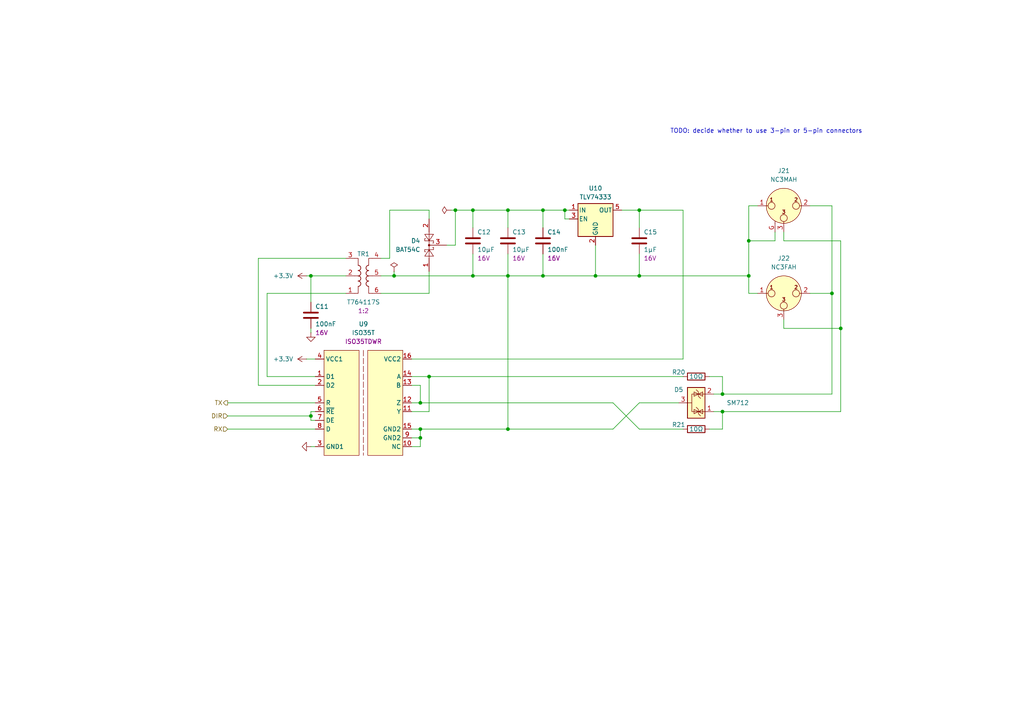
<source format=kicad_sch>
(kicad_sch (version 20231120) (generator "eeschema") (generator_version "8.0")
  (paper "A4")
  (lib_symbols
    (symbol "Connector_Audio:NC3FAH" (pin_names hide)
      (property "Reference" "J" (at 0 8.89 0))
      (property "Value" "NC3FAH" (at 0 6.35 0))
      (symbol "NC3FAH_0_1"
        (circle (center -3.556 0) (radius 1.016))
        (circle (center 0 -3.556) (radius 1.016))
        (polyline (pts (xy -5.08 0) (xy -4.572 0)))
        (polyline (pts (xy 0 -5.08) (xy 0 -4.572)))
        (polyline (pts (xy 5.08 0) (xy 4.572 0)))
        (circle (center 0 0) (radius 5.08) (fill (type background)))
        (circle (center 3.556 0) (radius 1.016))
        (text "1" (at -3.556 1.778 0) (effects (font (size 1.016 1.016) (bold yes))))
        (text "2" (at 3.556 1.778 0) (effects (font (size 1.016 1.016) (bold yes))))
        (text "3" (at 0 -1.778 0) (effects (font (size 1.016 1.016) (bold yes))))
        (pin passive line (at -7.62 0 0) (length 2.54) (name "~") (number "1"))
        (pin passive line (at 7.62 0 180) (length 2.54) (name "~") (number "2"))
        (pin passive line (at 0 -7.62 90) (length 2.54) (name "~") (number "3"))
      )
    )
    (symbol "Connector_Audio:NC3MAH" (pin_names hide)
      (property "Reference" "J" (at 0 8.89 0))
      (property "Value" "NC3MAH" (at 0 6.35 0))
      (symbol "NC3MAH_0_1"
        (circle (center -3.556 0) (radius 1.016))
        (circle (center 0 -3.556) (radius 1.016))
        (polyline (pts (xy -5.08 0) (xy -4.572 0)))
        (polyline (pts (xy -2.54 -5.08) (xy -2.54 -4.445)))
        (polyline (pts (xy 0 -5.08) (xy 0 -4.572)))
        (polyline (pts (xy 5.08 0) (xy 4.572 0)))
        (circle (center 0 0) (radius 5.08) (fill (type background)))
        (circle (center 3.556 0) (radius 1.016))
        (text "1" (at -3.556 1.778 0) (effects (font (size 1.016 1.016) (bold yes))))
        (text "2" (at 3.556 1.778 0) (effects (font (size 1.016 1.016) (bold yes))))
        (text "3" (at 0 -1.778 0) (effects (font (size 1.016 1.016) (bold yes))))
        (pin passive line (at -7.62 0 0) (length 2.54) (name "~") (number "1"))
        (pin passive line (at 7.62 0 180) (length 2.54) (name "~") (number "2"))
        (pin passive line (at 0 -7.62 90) (length 2.54) (name "~") (number "3"))
      )
      (symbol "NC3MAH_1_1"
        (pin passive line (at -2.54 -7.62 90) (length 2.54) (name "~") (number "G"))
      )
    )
    (symbol "Device:C" (pin_numbers hide) (pin_names (offset 0.254))
      (property "Reference" "C" (at 0.635 2.54 0))
      (property "Value" "C" (at 0.635 -2.54 0))
      (symbol "C_0_1"
        (polyline (pts (xy -2.032 -0.762) (xy 2.032 -0.762)) (stroke (width 0.508)))
        (polyline (pts (xy -2.032 0.762) (xy 2.032 0.762)) (stroke (width 0.508)))
      )
      (symbol "C_1_1"
        (pin passive line (at 0 3.81 270) (length 2.794) (name "~") (number "1"))
        (pin passive line (at 0 -3.81 90) (length 2.794) (name "~") (number "2"))
      )
    )
    (symbol "Device:R" (pin_numbers hide) (pin_names (offset 0))
      (property "Reference" "R" (at 2.032 0 90))
      (property "Value" "R" (at 0 0 90))
      (symbol "R_0_1"
        (rectangle (start -1.016 -2.54) (end 1.016 2.54) (stroke (width 0.254)))
      )
      (symbol "R_1_1"
        (pin passive line (at 0 3.81 270) (length 1.27) (name "~") (number "1"))
        (pin passive line (at 0 -3.81 90) (length 1.27) (name "~") (number "2"))
      )
    )
    (symbol "Diode:BAT54C" (pin_names (offset 1.016))
      (property "Reference" "D" (at 0.635 -3.81 0))
      (property "Value" "BAT54C" (at -6.35 3.175 0))
      (symbol "BAT54C_0_1"
        (polyline (pts (xy -1.905 0) (xy 1.905 0)))
        (polyline (pts (xy -1.905 1.27) (xy -1.905 1.016)))
        (polyline (pts (xy -1.27 -1.27) (xy -0.635 -1.27)))
        (polyline (pts (xy -1.27 0) (xy -3.81 0)))
        (polyline (pts (xy -1.27 1.27) (xy -1.905 1.27)))
        (polyline (pts (xy -1.27 1.27) (xy -1.27 -1.27)))
        (polyline (pts (xy -0.635 -1.27) (xy -0.635 -1.016)))
        (polyline (pts (xy 0.635 -1.27) (xy 0.635 -1.016)))
        (polyline (pts (xy 1.27 -1.27) (xy 0.635 -1.27)))
        (polyline (pts (xy 1.27 1.27) (xy 1.27 -1.27)))
        (polyline (pts (xy 1.27 1.27) (xy 1.905 1.27)))
        (polyline (pts (xy 1.905 1.27) (xy 1.905 1.016)))
        (polyline (pts (xy 3.81 0) (xy 1.27 0)))
        (polyline (pts (xy -3.175 -1.27) (xy -3.175 1.27) (xy -1.27 0) (xy -3.175 -1.27)))
        (polyline (pts (xy 3.175 -1.27) (xy 3.175 1.27) (xy 1.27 0) (xy 3.175 -1.27)))
        (circle (center 0 0) (radius 0.254) (fill (type outline)))
      )
      (symbol "BAT54C_1_1"
        (pin passive line (at -7.62 0 0) (length 3.81) (name "~") (number "1"))
        (pin passive line (at 7.62 0 180) (length 3.81) (name "~") (number "2"))
        (pin passive line (at 0 -5.08 90) (length 5.08) (name "~") (number "3"))
      )
    )
    (symbol "Power_Protection:NUP2105L" (pin_names hide)
      (property "Reference" "D" (at 5.715 2.54 0))
      (property "Value" "NUP2105L" (at 5.715 0.635 0))
      (symbol "NUP2105L_0_0"
        (pin passive line (at 0 -5.08 90) (length 2.54) (name "A") (number "3"))
      )
      (symbol "NUP2105L_0_1"
        (rectangle (start -4.445 2.54) (end 4.445 -2.54) (stroke (width 0.254)) (fill (type background)))
        (polyline (pts (xy -2.54 2.54) (xy -2.54 0.635)))
        (polyline (pts (xy 0 -1.27) (xy 0 -2.54)))
        (polyline (pts (xy 2.54 2.54) (xy 2.54 0.635)))
        (polyline (pts (xy -3.81 1.27) (xy -3.175 0.635) (xy -1.905 0.635) (xy -1.27 0)))
        (polyline (pts (xy -2.54 0.635) (xy -2.54 -1.27) (xy 2.54 -1.27) (xy 2.54 0.635)))
        (polyline (pts (xy -2.54 0.635) (xy -1.905 -0.635) (xy -3.175 -0.635) (xy -2.54 0.635)))
        (polyline (pts (xy 2.54 0.635) (xy 1.905 -0.635) (xy 3.175 -0.635) (xy 2.54 0.635)))
        (polyline (pts (xy 2.54 0.635) (xy 3.175 1.905) (xy 1.905 1.905) (xy 2.54 0.635)))
        (polyline (pts (xy -2.54 0.635) (xy -3.175 1.905) (xy -1.905 1.905) (xy -2.54 0.635) (xy -2.54 1.27)))
        (polyline (pts (xy 1.27 1.27) (xy 1.905 0.635) (xy 2.54 0.635) (xy 3.175 0.635) (xy 3.81 0)))
      )
      (symbol "NUP2105L_1_1"
        (pin passive line (at -2.54 5.08 270) (length 2.54) (name "K") (number "1"))
        (pin passive line (at 2.54 5.08 270) (length 2.54) (name "K") (number "2"))
      )
    )
    (symbol "Regulator_Linear:TLV70012_SOT23-5" (pin_names (offset 0.254))
      (property "Reference" "U" (at -3.81 5.715 0))
      (property "Value" "TLV70012_SOT23-5" (at 0 5.715 0))
      (symbol "TLV70012_SOT23-5_0_1"
        (rectangle (start -5.08 4.445) (end 5.08 -5.08) (stroke (width 0.254)) (fill (type background)))
      )
      (symbol "TLV70012_SOT23-5_1_1"
        (pin power_in line (at -7.62 2.54 0) (length 2.54) (name "IN") (number "1"))
        (pin power_in line (at 0 -7.62 90) (length 2.54) (name "GND") (number "2"))
        (pin input line (at -7.62 0 0) (length 2.54) (name "EN") (number "3"))
        (pin no_connect line (at 5.08 0 180) (length 2.54) hide (name "NC") (number "4"))
        (pin power_out line (at 7.62 2.54 180) (length 2.54) (name "OUT") (number "5"))
      )
    )
    (symbol "Transformer:ADTT1-1" (pin_names hide)
      (property "Reference" "TR" (at 0 6.35 0))
      (property "Value" "ADTT1-1" (at 0 -6.35 0))
      (symbol "ADTT1-1_0_1"
        (arc (start -1.524 -3.048) (mid -0.7653 -2.286) (end -1.524 -1.524) (stroke (width 0.2032)))
        (arc (start -1.524 -1.524) (mid -0.7653 -0.762) (end -1.524 0) (stroke (width 0.2032)))
        (arc (start -1.524 0) (mid -0.7653 0.762) (end -1.524 1.524) (stroke (width 0.2032)))
        (arc (start -1.524 1.524) (mid -0.7653 2.286) (end -1.524 3.048) (stroke (width 0.2032)))
        (polyline (pts (xy -2.54 0) (xy -1.27 0)))
        (polyline (pts (xy 2.54 0) (xy 1.27 0)) (stroke (width 0.1524)))
        (polyline (pts (xy -2.54 5.08) (xy -1.524 5.08) (xy -1.524 3.048)) (stroke (width 0.1524)))
        (polyline (pts (xy -1.524 -3.048) (xy -1.524 -5.08) (xy -2.54 -5.08)) (stroke (width 0.1524)))
        (polyline (pts (xy 1.524 3.048) (xy 1.524 5.08) (xy 2.54 5.08)) (stroke (width 0.1524)))
        (polyline (pts (xy 2.54 -5.08) (xy 1.524 -5.08) (xy 1.524 -3.048)) (stroke (width 0.1524)))
        (arc (start 1.524 -1.524) (mid 0.7653 -2.286) (end 1.524 -3.048) (stroke (width 0.2032)))
        (arc (start 1.524 0) (mid 0.7653 -0.762) (end 1.524 -1.524) (stroke (width 0.2032)))
        (arc (start 1.524 1.524) (mid 0.7653 0.762) (end 1.524 0) (stroke (width 0.2032)))
        (arc (start 1.524 3.048) (mid 0.7653 2.286) (end 1.524 1.524) (stroke (width 0.2032)))
      )
      (symbol "ADTT1-1_1_1"
        (pin passive line (at -5.08 -5.08 0) (length 2.54) (name "~") (number "1"))
        (pin passive line (at -5.08 0 0) (length 2.54) (name "~") (number "2"))
        (pin passive line (at -5.08 5.08 0) (length 2.54) (name "~") (number "3"))
        (pin passive line (at 5.08 5.08 180) (length 2.54) (name "~") (number "4"))
        (pin passive line (at 5.08 0 180) (length 2.54) (name "~") (number "5"))
        (pin passive line (at 5.08 -5.08 180) (length 2.54) (name "~") (number "6"))
      )
    )
    (symbol "ics_custom:ISO35T"
      (property "Reference" "U" (at -2.54 3.81 0))
      (property "Value" "ISO35T" (at -2.54 3.81 0))
      (property "Part" "ISO35TDWR" (at 0 0 0))
      (symbol "ISO35T_1_1"
        (rectangle (start -11.43 0) (end -1.27 -30.48) (fill (type background)))
        (polyline (pts (xy 0 0) (xy 0 -30.48)) (stroke (width 0) (type dash)))
        (rectangle (start 1.27 0) (end 11.43 -30.48) (fill (type background)))
        (pin power_out line (at -13.97 -7.62 0) (length 2.54) (name "D1") (number "1"))
        (pin passive line (at 13.97 -27.94 180) (length 2.54) (name "NC") (number "10"))
        (pin passive line (at 13.97 -17.78 180) (length 2.54) (name "Y") (number "11"))
        (pin passive line (at 13.97 -15.24 180) (length 2.54) (name "Z") (number "12"))
        (pin passive line (at 13.97 -10.16 180) (length 2.54) (name "B") (number "13"))
        (pin passive line (at 13.97 -7.62 180) (length 2.54) (name "A") (number "14"))
        (pin power_in line (at 13.97 -22.86 180) (length 2.54) (name "GND2") (number "15"))
        (pin power_in line (at 13.97 -2.54 180) (length 2.54) (name "VCC2") (number "16"))
        (pin power_out line (at -13.97 -10.16 0) (length 2.54) (name "D2") (number "2"))
        (pin power_in line (at -13.97 -27.94 0) (length 2.54) (name "GND1") (number "3"))
        (pin power_in line (at -13.97 -2.54 0) (length 2.54) (name "VCC1") (number "4"))
        (pin output line (at -13.97 -15.24 0) (length 2.54) (name "R") (number "5"))
        (pin input line (at -13.97 -17.78 0) (length 2.54) (name "~{RE}") (number "6"))
        (pin input line (at -13.97 -20.32 0) (length 2.54) (name "DE") (number "7"))
        (pin input line (at -13.97 -22.86 0) (length 2.54) (name "D") (number "8"))
        (pin power_in line (at 13.97 -25.4 180) (length 2.54) (name "GND2") (number "9"))
      )
    )
    (symbol "power:+3.3V" (power) (pin_numbers hide) (pin_names (offset 0) hide)
      (property "Value" "+3.3V" (at 0 3.556 0))
      (symbol "+3.3V_0_1"
        (polyline (pts (xy -0.762 1.27) (xy 0 2.54)))
        (polyline (pts (xy 0 0) (xy 0 2.54)))
        (polyline (pts (xy 0 2.54) (xy 0.762 1.27)))
      )
      (symbol "+3.3V_1_1"
        (pin power_in line (at 0 0 90) (length 0) (name "~") (number "1"))
      )
    )
    (symbol "power:GND" (power) (pin_numbers hide) (pin_names (offset 0) hide)
      (property "Value" "GND" (at 0 -3.81 0))
      (symbol "GND_0_1"
        (polyline (pts (xy 0 0) (xy 0 -1.27) (xy 1.27 -1.27) (xy 0 -2.54) (xy -1.27 -1.27) (xy 0 -1.27)))
      )
      (symbol "GND_1_1"
        (pin power_in line (at 0 0 270) (length 0) (name "~") (number "1"))
      )
    )
    (symbol "power:PWR_FLAG" (power) (pin_numbers hide) (pin_names (offset 0) hide)
      (property "Value" "PWR_FLAG" (at 0 3.81 0))
      (symbol "PWR_FLAG_0_0"
        (pin power_out line (at 0 0 90) (length 0) (name "~") (number "1"))
      )
      (symbol "PWR_FLAG_0_1"
        (polyline (pts (xy 0 0) (xy 0 1.27) (xy -1.016 1.905) (xy 0 2.54) (xy 1.016 1.905) (xy 0 1.27)))
      )
    )
  )
  (junction (at 185.42 80.01))
  (junction (at 217.17 80.01))
  (junction (at 147.32 60.96))
  (junction (at 209.55 119.38))
  (junction (at 90.17 80.01))
  (junction (at 243.84 95.25))
  (junction (at 209.55 114.3))
  (junction (at 185.42 60.96))
  (junction (at 157.48 60.96))
  (junction (at 114.3 80.01))
  (junction (at 90.17 120.65))
  (junction (at 163.83 60.96))
  (junction (at 132.08 60.96))
  (junction (at 147.32 124.46))
  (junction (at 124.46 109.22))
  (junction (at 157.48 80.01))
  (junction (at 147.32 80.01))
  (junction (at 137.16 60.96))
  (junction (at 137.16 80.01))
  (junction (at 121.92 127))
  (junction (at 121.92 116.84))
  (junction (at 241.3 85.09))
  (junction (at 172.72 80.01))
  (junction (at 121.92 124.46))
  (junction (at 217.17 69.85))
  (wire (pts (xy 207.01 119.38) (xy 209.55 119.38)))
  (wire (pts (xy 209.55 114.3) (xy 241.3 114.3)))
  (wire (pts (xy 224.79 69.85) (xy 217.17 69.85)))
  (wire (pts (xy 121.92 124.46) (xy 121.92 127)))
  (wire (pts (xy 243.84 95.25) (xy 243.84 119.38)))
  (wire (pts (xy 209.55 119.38) (xy 243.84 119.38)))
  (wire (pts (xy 234.95 85.09) (xy 241.3 85.09)))
  (wire (pts (xy 121.92 111.76) (xy 121.92 116.84)))
  (wire (pts (xy 217.17 69.85) (xy 217.17 80.01)))
  (wire (pts (xy 227.33 92.71) (xy 227.33 95.25)))
  (wire (pts (xy 157.48 73.66) (xy 157.48 80.01)))
  (wire (pts (xy 205.74 109.22) (xy 209.55 109.22)))
  (wire (pts (xy 185.42 73.66) (xy 185.42 80.01)))
  (wire (pts (xy 185.42 116.84) (xy 177.8 124.46)))
  (wire (pts (xy 163.83 63.5) (xy 163.83 60.96)))
  (wire (pts (xy 121.92 124.46) (xy 119.38 124.46)))
  (wire (pts (xy 157.48 80.01) (xy 147.32 80.01)))
  (wire (pts (xy 198.12 104.14) (xy 119.38 104.14)))
  (wire (pts (xy 66.04 120.65) (xy 90.17 120.65)))
  (wire (pts (xy 217.17 59.69) (xy 217.17 69.85)))
  (wire (pts (xy 198.12 60.96) (xy 198.12 104.14)))
  (wire (pts (xy 241.3 59.69) (xy 234.95 59.69)))
  (wire (pts (xy 177.8 116.84) (xy 185.42 124.46)))
  (wire (pts (xy 91.44 111.76) (xy 74.93 111.76)))
  (wire (pts (xy 114.3 80.01) (xy 110.49 80.01)))
  (wire (pts (xy 185.42 60.96) (xy 180.34 60.96)))
  (wire (pts (xy 113.03 60.96) (xy 124.46 60.96)))
  (wire (pts (xy 185.42 60.96) (xy 198.12 60.96)))
  (wire (pts (xy 119.38 127) (xy 121.92 127)))
  (wire (pts (xy 88.9 104.14) (xy 91.44 104.14)))
  (wire (pts (xy 217.17 80.01) (xy 217.17 85.09)))
  (wire (pts (xy 157.48 60.96) (xy 163.83 60.96)))
  (wire (pts (xy 77.47 85.09) (xy 100.33 85.09)))
  (wire (pts (xy 185.42 66.04) (xy 185.42 60.96)))
  (wire (pts (xy 132.08 60.96) (xy 137.16 60.96)))
  (wire (pts (xy 198.12 124.46) (xy 185.42 124.46)))
  (wire (pts (xy 124.46 85.09) (xy 124.46 78.74)))
  (wire (pts (xy 163.83 60.96) (xy 165.1 60.96)))
  (wire (pts (xy 241.3 85.09) (xy 241.3 59.69)))
  (wire (pts (xy 241.3 85.09) (xy 241.3 114.3)))
  (wire (pts (xy 90.17 95.25) (xy 90.17 96.52)))
  (wire (pts (xy 137.16 60.96) (xy 137.16 66.04)))
  (wire (pts (xy 227.33 95.25) (xy 243.84 95.25)))
  (wire (pts (xy 147.32 124.46) (xy 121.92 124.46)))
  (wire (pts (xy 119.38 111.76) (xy 121.92 111.76)))
  (wire (pts (xy 205.74 124.46) (xy 209.55 124.46)))
  (wire (pts (xy 124.46 60.96) (xy 124.46 63.5)))
  (wire (pts (xy 66.04 124.46) (xy 91.44 124.46)))
  (wire (pts (xy 91.44 109.22) (xy 77.47 109.22)))
  (wire (pts (xy 227.33 69.85) (xy 227.33 67.31)))
  (wire (pts (xy 157.48 60.96) (xy 157.48 66.04)))
  (wire (pts (xy 172.72 80.01) (xy 157.48 80.01)))
  (wire (pts (xy 219.71 59.69) (xy 217.17 59.69)))
  (wire (pts (xy 243.84 69.85) (xy 227.33 69.85)))
  (wire (pts (xy 132.08 71.12) (xy 132.08 60.96)))
  (wire (pts (xy 147.32 73.66) (xy 147.32 80.01)))
  (wire (pts (xy 121.92 116.84) (xy 119.38 116.84)))
  (wire (pts (xy 137.16 60.96) (xy 147.32 60.96)))
  (wire (pts (xy 119.38 109.22) (xy 124.46 109.22)))
  (wire (pts (xy 147.32 60.96) (xy 147.32 66.04)))
  (wire (pts (xy 121.92 129.54) (xy 119.38 129.54)))
  (wire (pts (xy 137.16 73.66) (xy 137.16 80.01)))
  (wire (pts (xy 243.84 95.25) (xy 243.84 69.85)))
  (wire (pts (xy 91.44 121.92) (xy 90.17 121.92)))
  (wire (pts (xy 113.03 74.93) (xy 113.03 60.96)))
  (wire (pts (xy 209.55 109.22) (xy 209.55 114.3)))
  (wire (pts (xy 124.46 109.22) (xy 198.12 109.22)))
  (wire (pts (xy 165.1 63.5) (xy 163.83 63.5)))
  (wire (pts (xy 185.42 80.01) (xy 172.72 80.01)))
  (wire (pts (xy 110.49 74.93) (xy 113.03 74.93)))
  (wire (pts (xy 172.72 71.12) (xy 172.72 80.01)))
  (wire (pts (xy 207.01 114.3) (xy 209.55 114.3)))
  (wire (pts (xy 224.79 67.31) (xy 224.79 69.85)))
  (wire (pts (xy 121.92 127) (xy 121.92 129.54)))
  (wire (pts (xy 74.93 111.76) (xy 74.93 74.93)))
  (wire (pts (xy 209.55 124.46) (xy 209.55 119.38)))
  (wire (pts (xy 217.17 80.01) (xy 185.42 80.01)))
  (wire (pts (xy 147.32 80.01) (xy 137.16 80.01)))
  (wire (pts (xy 90.17 87.63) (xy 90.17 80.01)))
  (wire (pts (xy 90.17 121.92) (xy 90.17 120.65)))
  (wire (pts (xy 185.42 116.84) (xy 196.85 116.84)))
  (wire (pts (xy 129.54 71.12) (xy 132.08 71.12)))
  (wire (pts (xy 90.17 80.01) (xy 100.33 80.01)))
  (wire (pts (xy 88.9 80.01) (xy 90.17 80.01)))
  (wire (pts (xy 137.16 80.01) (xy 114.3 80.01)))
  (wire (pts (xy 147.32 60.96) (xy 157.48 60.96)))
  (wire (pts (xy 114.3 78.74) (xy 114.3 80.01)))
  (wire (pts (xy 77.47 109.22) (xy 77.47 85.09)))
  (wire (pts (xy 90.17 119.38) (xy 91.44 119.38)))
  (wire (pts (xy 217.17 85.09) (xy 219.71 85.09)))
  (wire (pts (xy 74.93 74.93) (xy 100.33 74.93)))
  (wire (pts (xy 177.8 116.84) (xy 121.92 116.84)))
  (wire (pts (xy 147.32 80.01) (xy 147.32 124.46)))
  (wire (pts (xy 110.49 85.09) (xy 124.46 85.09)))
  (wire (pts (xy 90.17 120.65) (xy 90.17 119.38)))
  (wire (pts (xy 124.46 119.38) (xy 119.38 119.38)))
  (wire (pts (xy 124.46 109.22) (xy 124.46 119.38)))
  (wire (pts (xy 147.32 124.46) (xy 177.8 124.46)))
  (wire (pts (xy 66.04 116.84) (xy 91.44 116.84)))
  (wire (pts (xy 130.81 60.96) (xy 132.08 60.96)))
  (wire (pts (xy 90.17 129.54) (xy 91.44 129.54)))
  (text "TODO: decide whether to use 3-pin or 5-pin connectors" (at 222.25 38.1 0) (effects (font (size 1.27 1.27))))
  (hierarchical_label "DIR" (shape input) (at 66.04 120.65 180))
  (hierarchical_label "TX" (shape output) (at 66.04 116.84 180))
  (hierarchical_label "RX" (shape input) (at 66.04 124.46 180))
  (symbol (lib_id "power:PWR_FLAG") (at 114.3 78.74 0) (unit 1)
    (property "Reference" "#FLG07" (effects (hide yes)))
    (property "Value" "PWR_FLAG" (effects (hide yes)))
    (property "Description" "Special symbol for telling ERC where power comes from" (effects (hide yes)))
  )
  (symbol (lib_id "Device:C") (at 90.17 91.44 0) (unit 1)
    (property "Reference" "C11" (at 91.44 88.9 0) (effects (justify left)))
    (property "Value" "100nF" (at 91.44 93.98 0) (effects (justify left)))
    (property "Footprint" "Capacitor_SMD:C_0805_2012Metric" (effects (hide yes)))
    (property "Info" "16V" (at 91.44 96.52 0) (effects (justify left)))
    (property "Shop" "https://store.comet.bg/Catalogue/Product/16789/" (effects (hide yes)))
    (property "Part" "C 100nF 16V 0805" (effects (hide yes)))
  )
  (symbol (lib_id "Device:C") (at 137.16 69.85 0) (unit 1)
    (property "Reference" "C12" (at 138.43 67.31 0) (effects (justify left)))
    (property "Value" "10μF" (at 138.43 72.39 0) (effects (justify left)))
    (property "Footprint" "Capacitor_SMD:C_0805_2012Metric" (effects (hide yes)))
    (property "Info" "16V" (at 138.43 74.93 0) (effects (justify left)))
    (property "Shop" "https://store.comet.bg/Catalogue/Product/36934/" (effects (hide yes)))
    (property "Part" "C 10μF 16V 0805" (effects (hide yes)))
  )
  (symbol (lib_id "Device:C") (at 185.42 69.85 0) (unit 1)
    (property "Reference" "C15" (at 186.69 67.31 0) (effects (justify left)))
    (property "Value" "1μF" (at 186.69 72.39 0) (effects (justify left)))
    (property "Footprint" "Capacitor_SMD:C_0805_2012Metric" (effects (hide yes)))
    (property "Info" "16V" (at 186.69 74.93 0) (effects (justify left)))
    (property "Shop" "https://store.comet.bg/Catalogue/Product/6645/" (effects (hide yes)))
    (property "Part" "C 1μF 16V 0805" (effects (hide yes)))
  )
  (symbol (lib_id "Connector_Audio:NC3MAH") (at 227.33 59.69 0) (unit 1)
    (property "Reference" "J21" (at 227.33 49.53 0))
    (property "Value" "NC3MAH" (at 227.33 52.07 0))
    (property "Footprint" "Connector_Audio:Jack_XLR_Neutrik_NC3MAH_Horizontal" (effects (hide yes)))
    (property "Datasheet" "https://www.neutrik.com/en/product/nc3mah" (effects (hide yes)))
    (property "Description" "A Series, 3 pole male XLR receptacle, grounding: separate ground contact to mating connector shell and front panel, horizontal PCB mount" (effects (hide yes)))
    (property "Shop" "https://eu.mouser.com/ProductDetail/Neutrik/NC3MAH?qs=MO8z%252B%252BLepAHrH1t47qrfbA%3D%3D" (effects (hide yes)))
    (property "Part" "NC3MAH" (effects (hide yes)))
  )
  (symbol (lib_id "Device:C") (at 147.32 69.85 0) (unit 1)
    (property "Reference" "C13" (at 148.59 67.31 0) (effects (justify left)))
    (property "Value" "10μF" (at 148.59 72.39 0) (effects (justify left)))
    (property "Footprint" "Capacitor_SMD:C_0805_2012Metric" (effects (hide yes)))
    (property "Info" "16V" (at 148.59 74.93 0) (effects (justify left)))
    (property "Shop" "https://store.comet.bg/Catalogue/Product/36934/" (effects (hide yes)))
    (property "Part" "C 10μF 16V 0805" (effects (hide yes)))
  )
  (symbol (lib_id "Device:C") (at 157.48 69.85 0) (unit 1)
    (property "Reference" "C14" (at 158.75 67.31 0) (effects (justify left)))
    (property "Value" "100nF" (at 158.75 72.39 0) (effects (justify left)))
    (property "Footprint" "Capacitor_SMD:C_0805_2012Metric" (effects (hide yes)))
    (property "Info" "16V" (at 158.75 74.93 0) (effects (justify left)))
    (property "Shop" "https://store.comet.bg/Catalogue/Product/16789/" (effects (hide yes)))
    (property "Part" "C 100nF 16V 0805" (effects (hide yes)))
  )
  (symbol (lib_id "Device:R") (at 201.93 109.22 90) (unit 1)
    (property "Reference" "R20" (at 196.85 107.95 90))
    (property "Value" "10Ω" (at 201.93 109.22 90))
    (property "Footprint" "Resistor_SMD:R_0805_2012Metric" (effects (hide yes)))
    (property "Info" "125mW 5%" (effects (hide yes)))
    (property "Shop" "https://store.comet.bg/Catalogue/Product/29580/" (effects (hide yes)))
  )
  (symbol (lib_id "Power_Protection:NUP2105L") (at 201.93 116.84 270) (mirror x) (unit 1)
    (property "Reference" "D5" (at 196.85 113.03 90))
    (property "Value" "SM712" (at 213.995 116.84 90))
    (property "Footprint" "Package_TO_SOT_SMD:SOT-23" (effects (hide yes)))
    (property "Datasheet" "http://www.onsemi.com/pub_link/Collateral/NUP2105L-D.PDF" (effects (hide yes)))
    (property "Shop" "https://store.comet.bg/Catalogue/Product/46888/" (effects (hide yes)))
  )
  (symbol (lib_id "power:GND") (at 90.17 129.54 270) (unit 1)
    (property "Reference" "#PWR097" (effects (hide yes)))
    (property "Value" "GND" (effects (hide yes)))
  )
  (symbol (lib_id "Transformer:ADTT1-1") (at 105.41 80.01 0) (unit 1)
    (property "Reference" "TR1" (at 105.41 73.66 0))
    (property "Value" "T764117S" (at 105.41 87.63 0))
    (property "Footprint" "ics:Bourns_PAD00x-T764" (effects (hide yes)))
    (property "Datasheet" "https://www.minicircuits.com/pdfs/ADTT1-1+.pdf" (effects (hide yes)))
    (property "Description" "0.3-300MHz 1:1 RF Transformer, Unbalanced to Balanced Center Tap at Primary/Secondary, CD542" (effects (hide yes)))
    (property "Part" " PAD001-T764120S" (effects (hide yes)))
    (property "Shop" "https://eu.mouser.com/ProductDetail/Bourns/PAD001-T764120S?qs=Wj%2FVkw3K%252BMDK1lR8xh9h9A%3D%3D" (effects (hide yes)))
    (property "Info" "1:2" (at 105.41 90.17 0))
  )
  (symbol (lib_id "power:PWR_FLAG") (at 130.81 60.96 90) (unit 1)
    (property "Reference" "#FLG08" (effects (hide yes)))
    (property "Value" "PWR_FLAG" (effects (hide yes)))
    (property "Description" "Special symbol for telling ERC where power comes from" (effects (hide yes)))
  )
  (symbol (lib_id "power:+3.3V") (at 88.9 80.01 90) (unit 1)
    (property "Reference" "#PWR094" (effects (hide yes)))
    (property "Value" "+3.3V" (at 85.09 80.0099 90) (effects (justify left)))
    (property "Description" "Power symbol creates a global label with name \"+3.3V\"" (effects (hide yes)))
  )
  (symbol (lib_id "power:+3.3V") (at 88.9 104.14 90) (unit 1)
    (property "Reference" "#PWR095" (effects (hide yes)))
    (property "Value" "+3.3V" (at 85.09 104.1399 90) (effects (justify left)))
    (property "Description" "Power symbol creates a global label with name \"+3.3V\"" (effects (hide yes)))
  )
  (symbol (lib_id "Connector_Audio:NC3FAH") (at 227.33 85.09 0) (unit 1)
    (property "Reference" "J22" (at 227.33 74.93 0))
    (property "Value" "NC3FAH" (at 227.33 77.47 0))
    (property "Footprint" "Connector_Audio:Jack_XLR_Neutrik_NC3FAH_Horizontal" (effects (hide yes)))
    (property "Datasheet" "https://www.neutrik.com/en/product/nc3fah" (effects (hide yes)))
    (property "Description" "A Series, 3 pole female XLR receptacle, grounding: without ground/shell contact, horizontal PCB mount" (effects (hide yes)))
    (property "Part" "NC3FAH" (effects (hide yes)))
    (property "Shop" "https://eu.mouser.com/ProductDetail/Neutrik/NC3FAH?qs=43pPWqpsSNse2FCN7qQVQw%3D%3D" (effects (hide yes)))
  )
  (symbol (lib_id "ics_custom:ISO35T") (at 105.41 101.6 0) (unit 1)
    (property "Reference" "U9" (at 105.41 93.98 0))
    (property "Value" "ISO35T" (at 105.41 96.52 0))
    (property "Footprint" "Package_SO:SOIC-16W_7.5x10.3mm_P1.27mm" (effects (hide yes)))
    (property "Part" "ISO35TDWR" (at 105.41 99.06 0))
    (property "Shop" "https://eu.mouser.com/ProductDetail/Texas-Instruments/ISO35TDWR?qs=QtI0yD1FyONZngHt9P0v7A%3D%3D" (effects (hide yes)))
  )
  (symbol (lib_id "Diode:BAT54C") (at 124.46 71.12 90) (unit 1)
    (property "Reference" "D4" (at 121.92 69.8499 90) (effects (justify left)))
    (property "Value" "BAT54C" (at 121.92 72.3899 90) (effects (justify left)))
    (property "Footprint" "Package_TO_SOT_SMD:SOT-23" (effects (hide yes)))
    (property "Datasheet" "http://www.diodes.com/_files/datasheets/ds11005.pdf" (effects (hide yes)))
    (property "Description" "dual schottky barrier diode, common cathode" (effects (hide yes)))
    (property "Part" "BAT54C" (effects (hide yes)))
    (property "Shop" "https://store.comet.bg/Catalogue/Product/46277/" (effects (hide yes)))
  )
  (symbol (lib_id "Device:R") (at 201.93 124.46 90) (unit 1)
    (property "Reference" "R21" (at 196.85 123.19 90))
    (property "Value" "10Ω" (at 201.93 124.46 90))
    (property "Footprint" "Resistor_SMD:R_0805_2012Metric" (effects (hide yes)))
    (property "Info" "125mW 5%" (effects (hide yes)))
    (property "Shop" "https://store.comet.bg/Catalogue/Product/29580/" (effects (hide yes)))
  )
  (symbol (lib_id "Regulator_Linear:TLV70012_SOT23-5") (at 172.72 63.5 0) (unit 1)
    (property "Reference" "U10" (at 172.72 54.61 0))
    (property "Value" "TLV74333" (at 172.72 57.15 0))
    (property "Footprint" "Package_TO_SOT_SMD:SOT-23-5" (effects (hide yes)))
    (property "Datasheet" "http://www.ti.com/lit/ds/symlink/tlv700.pdf" (effects (hide yes)))
    (property "Description" "200mA Low Dropout Voltage Regulator, Fixed Output 1.2V, SOT-23-5" (effects (hide yes)))
    (property "Part" "TLV74333PDBVR" (effects (hide yes)))
    (property "Shop" "https://store.comet.bg/Catalogue/Product/5150048/" (effects (hide yes)))
  )
  (symbol (lib_id "power:GND") (at 90.17 96.52 0) (unit 1)
    (property "Reference" "#PWR096" (effects (hide yes)))
    (property "Value" "GND" (effects (hide yes)))
  )
)
</source>
